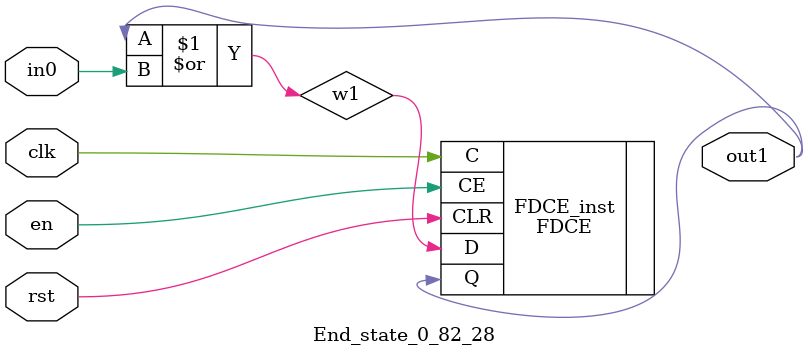
<source format=v>
module engine_0_82(out,clk,sod,en, in_3, in_5, in_7, in_8, in_9, in_12, in_15, in_16, in_17, in_18, in_19, in_21, in_29, in_30, in_42, in_109);
//pcre: /\x2esetUserdata\x28.*?\x2eappendchild\x28/si
//block char: N[0], L[0], I[0], S[0], H[0], \x2E[8], a[0], r[0], e[0], c[0], d[0], p[0], u[0], t[0], \x28[8], .[7], 

	input clk,sod,en;

	input in_3, in_5, in_7, in_8, in_9, in_12, in_15, in_16, in_17, in_18, in_19, in_21, in_29, in_30, in_42, in_109;
	output out;

	assign w0 = 1'b1;
	state_0_82_1 BlockState_0_82_1 (w1,in_12,clk,en,sod,w0);
	state_0_82_2 BlockState_0_82_2 (w2,in_8,clk,en,sod,w1);
	state_0_82_3 BlockState_0_82_3 (w3,in_17,clk,en,sod,w2);
	state_0_82_4 BlockState_0_82_4 (w4,in_30,clk,en,sod,w3);
	state_0_82_5 BlockState_0_82_5 (w5,in_29,clk,en,sod,w4);
	state_0_82_6 BlockState_0_82_6 (w6,in_8,clk,en,sod,w5);
	state_0_82_7 BlockState_0_82_7 (w7,in_17,clk,en,sod,w6);
	state_0_82_8 BlockState_0_82_8 (w8,in_16,clk,en,sod,w7);
	state_0_82_9 BlockState_0_82_9 (w9,in_19,clk,en,sod,w8);
	state_0_82_10 BlockState_0_82_10 (w10,in_15,clk,en,sod,w9);
	state_0_82_11 BlockState_0_82_11 (w11,in_30,clk,en,sod,w10);
	state_0_82_12 BlockState_0_82_12 (w12,in_15,clk,en,sod,w11);
	state_0_82_13 BlockState_0_82_13 (w13,in_42,clk,en,sod,w12);
	state_0_82_14 BlockState_0_82_14 (w14,in_109,clk,en,sod,w14,w13);
	state_0_82_15 BlockState_0_82_15 (w15,in_12,clk,en,sod,w13,w13,w14);
	state_0_82_16 BlockState_0_82_16 (w16,in_15,clk,en,sod,w15);
	state_0_82_17 BlockState_0_82_17 (w17,in_21,clk,en,sod,w16);
	state_0_82_18 BlockState_0_82_18 (w18,in_21,clk,en,sod,w17);
	state_0_82_19 BlockState_0_82_19 (w19,in_17,clk,en,sod,w18);
	state_0_82_20 BlockState_0_82_20 (w20,in_3,clk,en,sod,w19);
	state_0_82_21 BlockState_0_82_21 (w21,in_19,clk,en,sod,w20);
	state_0_82_22 BlockState_0_82_22 (w22,in_18,clk,en,sod,w21);
	state_0_82_23 BlockState_0_82_23 (w23,in_9,clk,en,sod,w22);
	state_0_82_24 BlockState_0_82_24 (w24,in_7,clk,en,sod,w23);
	state_0_82_25 BlockState_0_82_25 (w25,in_5,clk,en,sod,w24);
	state_0_82_26 BlockState_0_82_26 (w26,in_19,clk,en,sod,w25);
	state_0_82_27 BlockState_0_82_27 (w27,in_42,clk,en,sod,w26);
	End_state_0_82_28 BlockState_0_82_28 (out,clk,en,sod,w27);
endmodule

module state_0_82_1(out1,in_char,clk,en,rst,in0);
	input in_char,clk,en,rst,in0;
	output out1;
	wire w1,w2;
	assign w1 = in0; 
	and(w2,in_char,w1);
	FDCE #(.INIT(1'b0)) FDCE_inst (
		.Q(out1),
		.C(clk),
		.CE(en),
		.CLR(rst),
		.D(w2)
);
endmodule

module state_0_82_2(out1,in_char,clk,en,rst,in0);
	input in_char,clk,en,rst,in0;
	output out1;
	wire w1,w2;
	assign w1 = in0; 
	and(w2,in_char,w1);
	FDCE #(.INIT(1'b0)) FDCE_inst (
		.Q(out1),
		.C(clk),
		.CE(en),
		.CLR(rst),
		.D(w2)
);
endmodule

module state_0_82_3(out1,in_char,clk,en,rst,in0);
	input in_char,clk,en,rst,in0;
	output out1;
	wire w1,w2;
	assign w1 = in0; 
	and(w2,in_char,w1);
	FDCE #(.INIT(1'b0)) FDCE_inst (
		.Q(out1),
		.C(clk),
		.CE(en),
		.CLR(rst),
		.D(w2)
);
endmodule

module state_0_82_4(out1,in_char,clk,en,rst,in0);
	input in_char,clk,en,rst,in0;
	output out1;
	wire w1,w2;
	assign w1 = in0; 
	and(w2,in_char,w1);
	FDCE #(.INIT(1'b0)) FDCE_inst (
		.Q(out1),
		.C(clk),
		.CE(en),
		.CLR(rst),
		.D(w2)
);
endmodule

module state_0_82_5(out1,in_char,clk,en,rst,in0);
	input in_char,clk,en,rst,in0;
	output out1;
	wire w1,w2;
	assign w1 = in0; 
	and(w2,in_char,w1);
	FDCE #(.INIT(1'b0)) FDCE_inst (
		.Q(out1),
		.C(clk),
		.CE(en),
		.CLR(rst),
		.D(w2)
);
endmodule

module state_0_82_6(out1,in_char,clk,en,rst,in0);
	input in_char,clk,en,rst,in0;
	output out1;
	wire w1,w2;
	assign w1 = in0; 
	and(w2,in_char,w1);
	FDCE #(.INIT(1'b0)) FDCE_inst (
		.Q(out1),
		.C(clk),
		.CE(en),
		.CLR(rst),
		.D(w2)
);
endmodule

module state_0_82_7(out1,in_char,clk,en,rst,in0);
	input in_char,clk,en,rst,in0;
	output out1;
	wire w1,w2;
	assign w1 = in0; 
	and(w2,in_char,w1);
	FDCE #(.INIT(1'b0)) FDCE_inst (
		.Q(out1),
		.C(clk),
		.CE(en),
		.CLR(rst),
		.D(w2)
);
endmodule

module state_0_82_8(out1,in_char,clk,en,rst,in0);
	input in_char,clk,en,rst,in0;
	output out1;
	wire w1,w2;
	assign w1 = in0; 
	and(w2,in_char,w1);
	FDCE #(.INIT(1'b0)) FDCE_inst (
		.Q(out1),
		.C(clk),
		.CE(en),
		.CLR(rst),
		.D(w2)
);
endmodule

module state_0_82_9(out1,in_char,clk,en,rst,in0);
	input in_char,clk,en,rst,in0;
	output out1;
	wire w1,w2;
	assign w1 = in0; 
	and(w2,in_char,w1);
	FDCE #(.INIT(1'b0)) FDCE_inst (
		.Q(out1),
		.C(clk),
		.CE(en),
		.CLR(rst),
		.D(w2)
);
endmodule

module state_0_82_10(out1,in_char,clk,en,rst,in0);
	input in_char,clk,en,rst,in0;
	output out1;
	wire w1,w2;
	assign w1 = in0; 
	and(w2,in_char,w1);
	FDCE #(.INIT(1'b0)) FDCE_inst (
		.Q(out1),
		.C(clk),
		.CE(en),
		.CLR(rst),
		.D(w2)
);
endmodule

module state_0_82_11(out1,in_char,clk,en,rst,in0);
	input in_char,clk,en,rst,in0;
	output out1;
	wire w1,w2;
	assign w1 = in0; 
	and(w2,in_char,w1);
	FDCE #(.INIT(1'b0)) FDCE_inst (
		.Q(out1),
		.C(clk),
		.CE(en),
		.CLR(rst),
		.D(w2)
);
endmodule

module state_0_82_12(out1,in_char,clk,en,rst,in0);
	input in_char,clk,en,rst,in0;
	output out1;
	wire w1,w2;
	assign w1 = in0; 
	and(w2,in_char,w1);
	FDCE #(.INIT(1'b0)) FDCE_inst (
		.Q(out1),
		.C(clk),
		.CE(en),
		.CLR(rst),
		.D(w2)
);
endmodule

module state_0_82_13(out1,in_char,clk,en,rst,in0);
	input in_char,clk,en,rst,in0;
	output out1;
	wire w1,w2;
	assign w1 = in0; 
	and(w2,in_char,w1);
	FDCE #(.INIT(1'b0)) FDCE_inst (
		.Q(out1),
		.C(clk),
		.CE(en),
		.CLR(rst),
		.D(w2)
);
endmodule

module state_0_82_14(out1,in_char,clk,en,rst,in0,in1);
	input in_char,clk,en,rst,in0,in1;
	output out1;
	wire w1,w2;
	or(w1,in0,in1);
	and(w2,in_char,w1);
	FDCE #(.INIT(1'b0)) FDCE_inst (
		.Q(out1),
		.C(clk),
		.CE(en),
		.CLR(rst),
		.D(w2)
);
endmodule

module state_0_82_15(out1,in_char,clk,en,rst,in0,in1,in2);
	input in_char,clk,en,rst,in0,in1,in2;
	output out1;
	wire w1,w2;
	or(w1,in0,in1,in2);
	and(w2,in_char,w1);
	FDCE #(.INIT(1'b0)) FDCE_inst (
		.Q(out1),
		.C(clk),
		.CE(en),
		.CLR(rst),
		.D(w2)
);
endmodule

module state_0_82_16(out1,in_char,clk,en,rst,in0);
	input in_char,clk,en,rst,in0;
	output out1;
	wire w1,w2;
	assign w1 = in0; 
	and(w2,in_char,w1);
	FDCE #(.INIT(1'b0)) FDCE_inst (
		.Q(out1),
		.C(clk),
		.CE(en),
		.CLR(rst),
		.D(w2)
);
endmodule

module state_0_82_17(out1,in_char,clk,en,rst,in0);
	input in_char,clk,en,rst,in0;
	output out1;
	wire w1,w2;
	assign w1 = in0; 
	and(w2,in_char,w1);
	FDCE #(.INIT(1'b0)) FDCE_inst (
		.Q(out1),
		.C(clk),
		.CE(en),
		.CLR(rst),
		.D(w2)
);
endmodule

module state_0_82_18(out1,in_char,clk,en,rst,in0);
	input in_char,clk,en,rst,in0;
	output out1;
	wire w1,w2;
	assign w1 = in0; 
	and(w2,in_char,w1);
	FDCE #(.INIT(1'b0)) FDCE_inst (
		.Q(out1),
		.C(clk),
		.CE(en),
		.CLR(rst),
		.D(w2)
);
endmodule

module state_0_82_19(out1,in_char,clk,en,rst,in0);
	input in_char,clk,en,rst,in0;
	output out1;
	wire w1,w2;
	assign w1 = in0; 
	and(w2,in_char,w1);
	FDCE #(.INIT(1'b0)) FDCE_inst (
		.Q(out1),
		.C(clk),
		.CE(en),
		.CLR(rst),
		.D(w2)
);
endmodule

module state_0_82_20(out1,in_char,clk,en,rst,in0);
	input in_char,clk,en,rst,in0;
	output out1;
	wire w1,w2;
	assign w1 = in0; 
	and(w2,in_char,w1);
	FDCE #(.INIT(1'b0)) FDCE_inst (
		.Q(out1),
		.C(clk),
		.CE(en),
		.CLR(rst),
		.D(w2)
);
endmodule

module state_0_82_21(out1,in_char,clk,en,rst,in0);
	input in_char,clk,en,rst,in0;
	output out1;
	wire w1,w2;
	assign w1 = in0; 
	and(w2,in_char,w1);
	FDCE #(.INIT(1'b0)) FDCE_inst (
		.Q(out1),
		.C(clk),
		.CE(en),
		.CLR(rst),
		.D(w2)
);
endmodule

module state_0_82_22(out1,in_char,clk,en,rst,in0);
	input in_char,clk,en,rst,in0;
	output out1;
	wire w1,w2;
	assign w1 = in0; 
	and(w2,in_char,w1);
	FDCE #(.INIT(1'b0)) FDCE_inst (
		.Q(out1),
		.C(clk),
		.CE(en),
		.CLR(rst),
		.D(w2)
);
endmodule

module state_0_82_23(out1,in_char,clk,en,rst,in0);
	input in_char,clk,en,rst,in0;
	output out1;
	wire w1,w2;
	assign w1 = in0; 
	and(w2,in_char,w1);
	FDCE #(.INIT(1'b0)) FDCE_inst (
		.Q(out1),
		.C(clk),
		.CE(en),
		.CLR(rst),
		.D(w2)
);
endmodule

module state_0_82_24(out1,in_char,clk,en,rst,in0);
	input in_char,clk,en,rst,in0;
	output out1;
	wire w1,w2;
	assign w1 = in0; 
	and(w2,in_char,w1);
	FDCE #(.INIT(1'b0)) FDCE_inst (
		.Q(out1),
		.C(clk),
		.CE(en),
		.CLR(rst),
		.D(w2)
);
endmodule

module state_0_82_25(out1,in_char,clk,en,rst,in0);
	input in_char,clk,en,rst,in0;
	output out1;
	wire w1,w2;
	assign w1 = in0; 
	and(w2,in_char,w1);
	FDCE #(.INIT(1'b0)) FDCE_inst (
		.Q(out1),
		.C(clk),
		.CE(en),
		.CLR(rst),
		.D(w2)
);
endmodule

module state_0_82_26(out1,in_char,clk,en,rst,in0);
	input in_char,clk,en,rst,in0;
	output out1;
	wire w1,w2;
	assign w1 = in0; 
	and(w2,in_char,w1);
	FDCE #(.INIT(1'b0)) FDCE_inst (
		.Q(out1),
		.C(clk),
		.CE(en),
		.CLR(rst),
		.D(w2)
);
endmodule

module state_0_82_27(out1,in_char,clk,en,rst,in0);
	input in_char,clk,en,rst,in0;
	output out1;
	wire w1,w2;
	assign w1 = in0; 
	and(w2,in_char,w1);
	FDCE #(.INIT(1'b0)) FDCE_inst (
		.Q(out1),
		.C(clk),
		.CE(en),
		.CLR(rst),
		.D(w2)
);
endmodule

module End_state_0_82_28(out1,clk,en,rst,in0);
	input clk,rst,en,in0;
	output out1;
	wire w1;
	or(w1,out1,in0);
	FDCE #(.INIT(1'b0)) FDCE_inst (
		.Q(out1),
		.C(clk),
		.CE(en),
		.CLR(rst),
		.D(w1)
);
endmodule


</source>
